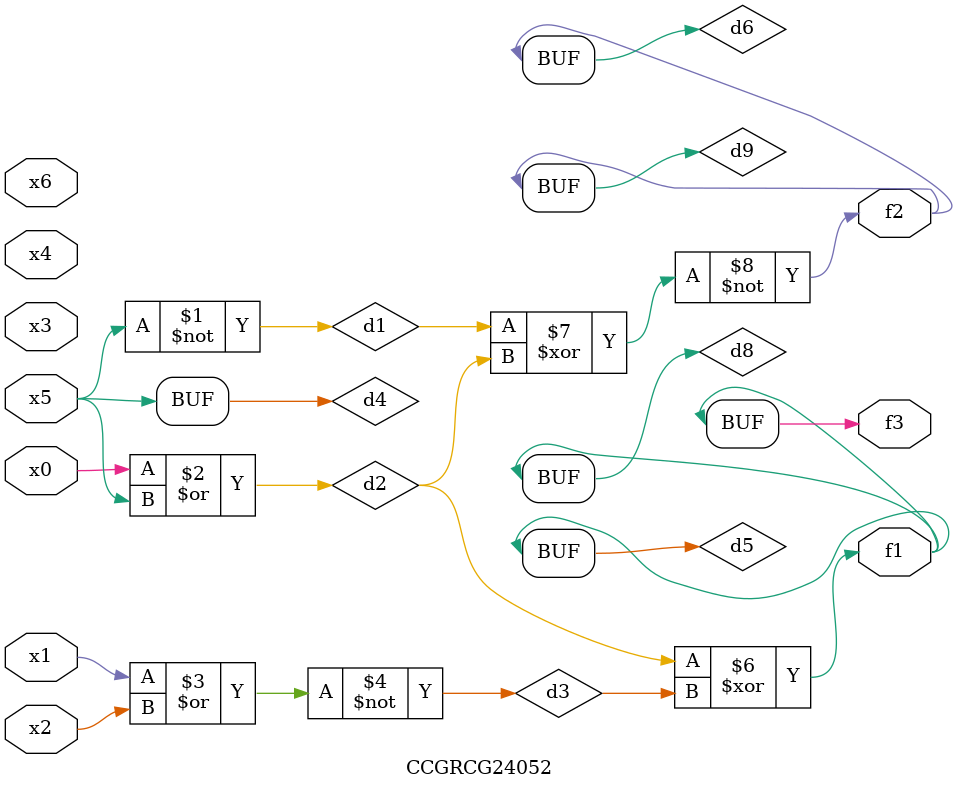
<source format=v>
module CCGRCG24052(
	input x0, x1, x2, x3, x4, x5, x6,
	output f1, f2, f3
);

	wire d1, d2, d3, d4, d5, d6, d7, d8, d9;

	nand (d1, x5);
	or (d2, x0, x5);
	nor (d3, x1, x2);
	xnor (d4, d1);
	xor (d5, d2, d3);
	xnor (d6, d1, d2);
	not (d7, x4);
	buf (d8, d5);
	xor (d9, d6);
	assign f1 = d8;
	assign f2 = d9;
	assign f3 = d8;
endmodule

</source>
